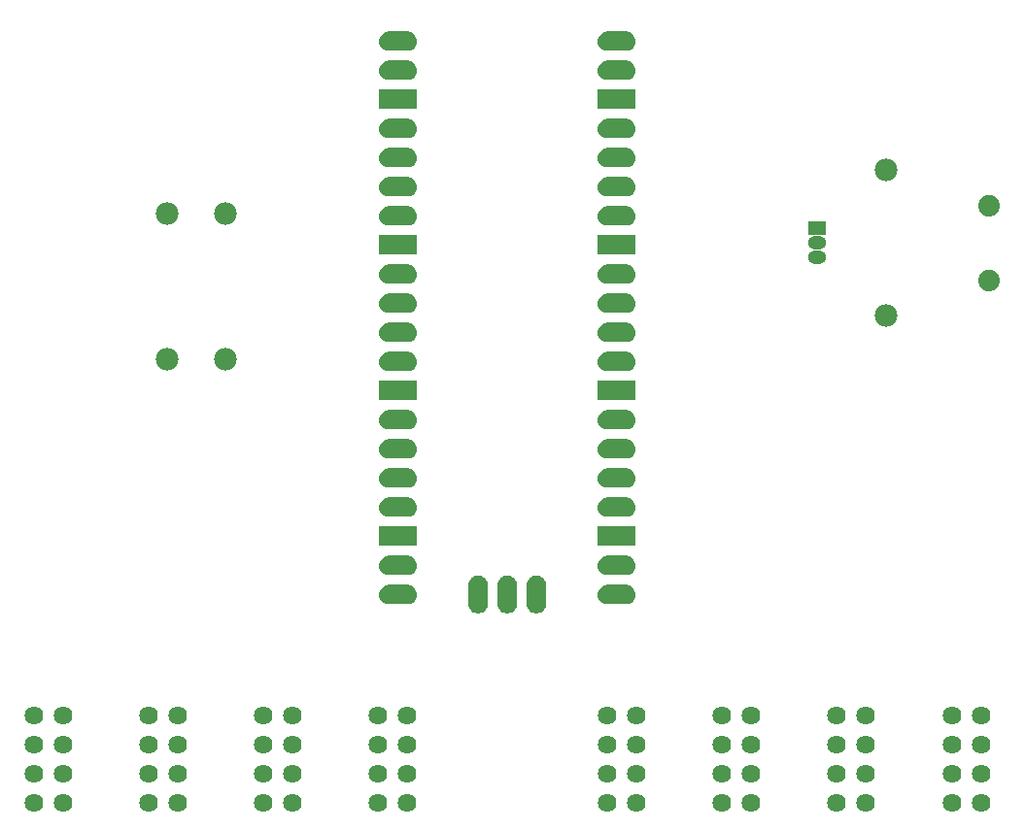
<source format=gts>
G04 Layer: TopSolderMaskLayer*
G04 EasyEDA v6.5.20, 2023-09-04 03:46:31*
G04 a67cddfb3fce44daa9051d46cbbcc19f,10*
G04 Gerber Generator version 0.2*
G04 Scale: 100 percent, Rotated: No, Reflected: No *
G04 Dimensions in millimeters *
G04 leading zeros omitted , absolute positions ,4 integer and 5 decimal *
%FSLAX45Y45*%
%MOMM*%

%AMMACRO1*1,1,$1,$2,$3*1,1,$1,$4,$5*1,1,$1,0-$2,0-$3*1,1,$1,0-$4,0-$5*20,1,$1,$2,$3,$4,$5,0*20,1,$1,$4,$5,0-$2,0-$3,0*20,1,$1,0-$2,0-$3,0-$4,0-$5,0*20,1,$1,0-$4,0-$5,$2,$3,0*4,1,4,$2,$3,$4,$5,0-$2,0-$3,0-$4,0-$5,$2,$3,0*%
%AMMACRO2*4,1,4,-1.651,-0.8509,-1.651,0.8509,1.651,0.8509,1.651,-0.8509,-1.651,-0.8509,0*%
%ADD10C,1.9812*%
%ADD11C,1.8796*%
%ADD12MACRO1,0.1016X0.75X0.535X0.75X-0.535*%
%ADD13O,1.6015970000000002X1.1716004000000002*%
%ADD14C,1.6256*%
%ADD15MACRO2*%
%ADD16C,0.0147*%

%LPD*%
D10*
G01*
X8299983Y7364984D03*
G01*
X8299983Y8634984D03*
D11*
G01*
X9199981Y8325104D03*
G01*
X9199981Y7674863D03*
D12*
G01*
X7699984Y8126996D03*
D13*
G01*
X7699984Y7999984D03*
G01*
X7699984Y7872984D03*
D14*
G01*
X872997Y3880865D03*
G01*
X1126997Y3880865D03*
G01*
X872997Y3626865D03*
G01*
X1126997Y3626865D03*
G01*
X872997Y3372865D03*
G01*
X1126997Y3372865D03*
G01*
X872997Y3118865D03*
G01*
X1126997Y3118865D03*
G01*
X1872995Y3880865D03*
G01*
X2126995Y3880865D03*
G01*
X1872995Y3626865D03*
G01*
X2126995Y3626865D03*
G01*
X1872995Y3372865D03*
G01*
X2126995Y3372865D03*
G01*
X1872995Y3118865D03*
G01*
X2126995Y3118865D03*
G01*
X2872993Y3880865D03*
G01*
X3126993Y3880865D03*
G01*
X2872993Y3626865D03*
G01*
X3126993Y3626865D03*
G01*
X2872993Y3372865D03*
G01*
X3126993Y3372865D03*
G01*
X2872993Y3118865D03*
G01*
X3126993Y3118865D03*
G01*
X3872991Y3880865D03*
G01*
X4126991Y3880865D03*
G01*
X3872991Y3626865D03*
G01*
X4126991Y3626865D03*
G01*
X3872991Y3372865D03*
G01*
X4126991Y3372865D03*
G01*
X3872991Y3118865D03*
G01*
X4126991Y3118865D03*
G01*
X5872988Y3880865D03*
G01*
X6126988Y3880865D03*
G01*
X5872988Y3626865D03*
G01*
X6126988Y3626865D03*
G01*
X5872988Y3372865D03*
G01*
X6126988Y3372865D03*
G01*
X5872988Y3118865D03*
G01*
X6126988Y3118865D03*
G01*
X6872986Y3880865D03*
G01*
X7126986Y3880865D03*
G01*
X6872986Y3626865D03*
G01*
X7126986Y3626865D03*
G01*
X6872986Y3372865D03*
G01*
X7126986Y3372865D03*
G01*
X6872986Y3118865D03*
G01*
X7126986Y3118865D03*
G01*
X7872984Y3880865D03*
G01*
X8126984Y3880865D03*
G01*
X7872984Y3626865D03*
G01*
X8126984Y3626865D03*
G01*
X7872984Y3372865D03*
G01*
X8126984Y3372865D03*
G01*
X7872984Y3118865D03*
G01*
X8126984Y3118865D03*
G01*
X8872981Y3880865D03*
G01*
X9126981Y3880865D03*
G01*
X8872981Y3626865D03*
G01*
X9126981Y3626865D03*
G01*
X8872981Y3372865D03*
G01*
X9126981Y3372865D03*
G01*
X8872981Y3118865D03*
G01*
X9126981Y3118865D03*
D10*
G01*
X2032000Y8255000D03*
G01*
X2032000Y6985000D03*
G01*
X2540000Y8255000D03*
G01*
X2540000Y6985000D03*
G36*
X5872225Y9677908D02*
G01*
X5862320Y9678415D01*
X5852159Y9680447D01*
X5842254Y9683495D01*
X5832856Y9687560D01*
X5824220Y9692894D01*
X5816091Y9699244D01*
X5808725Y9706610D01*
X5802375Y9714737D01*
X5797041Y9723374D01*
X5792977Y9732771D01*
X5789929Y9742678D01*
X5788152Y9752837D01*
X5787390Y9762997D01*
X5788152Y9773158D01*
X5789929Y9783318D01*
X5792977Y9793224D01*
X5797041Y9802621D01*
X5802375Y9811258D01*
X5808725Y9819386D01*
X5816091Y9826752D01*
X5824220Y9833102D01*
X5832856Y9838436D01*
X5842254Y9842500D01*
X5852159Y9845547D01*
X5862320Y9847326D01*
X5872225Y9848087D01*
X6032754Y9848087D01*
X6042659Y9847326D01*
X6052820Y9845547D01*
X6062725Y9842500D01*
X6072124Y9838436D01*
X6080759Y9833102D01*
X6088888Y9826752D01*
X6096254Y9819386D01*
X6102604Y9811258D01*
X6107938Y9802621D01*
X6112002Y9793224D01*
X6115050Y9783318D01*
X6116827Y9773158D01*
X6117590Y9762997D01*
X6116827Y9752837D01*
X6115050Y9742678D01*
X6112002Y9732771D01*
X6107938Y9723374D01*
X6102604Y9714737D01*
X6096254Y9706610D01*
X6088888Y9699244D01*
X6080759Y9692894D01*
X6072124Y9687560D01*
X6062725Y9683495D01*
X6052820Y9680447D01*
X6042659Y9678415D01*
X6032754Y9677908D01*
G37*
G36*
X5872225Y9423908D02*
G01*
X5862320Y9424415D01*
X5852159Y9426447D01*
X5842254Y9429495D01*
X5832856Y9433560D01*
X5824220Y9438894D01*
X5816091Y9445244D01*
X5808725Y9452610D01*
X5802375Y9460737D01*
X5797041Y9469374D01*
X5792977Y9478771D01*
X5789929Y9488678D01*
X5788152Y9498837D01*
X5787390Y9508997D01*
X5788152Y9519158D01*
X5789929Y9529318D01*
X5792977Y9539224D01*
X5797041Y9548621D01*
X5802375Y9557258D01*
X5808725Y9565386D01*
X5816091Y9572752D01*
X5824220Y9579102D01*
X5832856Y9584436D01*
X5842254Y9588500D01*
X5852159Y9591547D01*
X5862320Y9593326D01*
X5872225Y9594087D01*
X6032754Y9594087D01*
X6042659Y9593326D01*
X6052820Y9591547D01*
X6062725Y9588500D01*
X6072124Y9584436D01*
X6080759Y9579102D01*
X6088888Y9572752D01*
X6096254Y9565386D01*
X6102604Y9557258D01*
X6107938Y9548621D01*
X6112002Y9539224D01*
X6115050Y9529318D01*
X6116827Y9519158D01*
X6117590Y9508997D01*
X6116827Y9498837D01*
X6115050Y9488678D01*
X6112002Y9478771D01*
X6107938Y9469374D01*
X6102604Y9460737D01*
X6096254Y9452610D01*
X6088888Y9445244D01*
X6080759Y9438894D01*
X6072124Y9433560D01*
X6062725Y9429495D01*
X6052820Y9426447D01*
X6042659Y9424415D01*
X6032754Y9423908D01*
G37*
D15*
G01*
X5952490Y9254997D03*
G36*
X5872225Y8915908D02*
G01*
X5862320Y8916415D01*
X5852159Y8918447D01*
X5842254Y8921495D01*
X5832856Y8925560D01*
X5824220Y8930894D01*
X5816091Y8937244D01*
X5808725Y8944610D01*
X5802375Y8952737D01*
X5797041Y8961374D01*
X5792977Y8970771D01*
X5789929Y8980678D01*
X5788152Y8990837D01*
X5787390Y9000997D01*
X5788152Y9011158D01*
X5789929Y9021318D01*
X5792977Y9031224D01*
X5797041Y9040621D01*
X5802375Y9049258D01*
X5808725Y9057386D01*
X5816091Y9064752D01*
X5824220Y9071102D01*
X5832856Y9076436D01*
X5842254Y9080500D01*
X5852159Y9083547D01*
X5862320Y9085579D01*
X5872225Y9086087D01*
X6032754Y9086087D01*
X6042659Y9085579D01*
X6052820Y9083547D01*
X6062725Y9080500D01*
X6072124Y9076436D01*
X6080759Y9071102D01*
X6088888Y9064752D01*
X6096254Y9057386D01*
X6102604Y9049258D01*
X6107938Y9040621D01*
X6112002Y9031224D01*
X6115050Y9021318D01*
X6116827Y9011158D01*
X6117590Y9000997D01*
X6116827Y8990837D01*
X6115050Y8980678D01*
X6112002Y8970771D01*
X6107938Y8961374D01*
X6102604Y8952737D01*
X6096254Y8944610D01*
X6088888Y8937244D01*
X6080759Y8930894D01*
X6072124Y8925560D01*
X6062725Y8921495D01*
X6052820Y8918447D01*
X6042659Y8916415D01*
X6032754Y8915908D01*
G37*
G36*
X5872225Y8661908D02*
G01*
X5862320Y8662415D01*
X5852159Y8664447D01*
X5842254Y8667495D01*
X5832856Y8671560D01*
X5824220Y8676894D01*
X5816091Y8683244D01*
X5808725Y8690610D01*
X5802375Y8698737D01*
X5797041Y8707374D01*
X5792977Y8716771D01*
X5789929Y8726678D01*
X5788152Y8736837D01*
X5787390Y8746997D01*
X5788152Y8757158D01*
X5789929Y8767318D01*
X5792977Y8777224D01*
X5797041Y8786621D01*
X5802375Y8795258D01*
X5808725Y8803386D01*
X5816091Y8810752D01*
X5824220Y8817102D01*
X5832856Y8822436D01*
X5842254Y8826500D01*
X5852159Y8829547D01*
X5862320Y8831579D01*
X5872225Y8832087D01*
X6032754Y8832087D01*
X6042659Y8831579D01*
X6052820Y8829547D01*
X6062725Y8826500D01*
X6072124Y8822436D01*
X6080759Y8817102D01*
X6088888Y8810752D01*
X6096254Y8803386D01*
X6102604Y8795258D01*
X6107938Y8786621D01*
X6112002Y8777224D01*
X6115050Y8767318D01*
X6116827Y8757158D01*
X6117590Y8746997D01*
X6116827Y8736837D01*
X6115050Y8726678D01*
X6112002Y8716771D01*
X6107938Y8707374D01*
X6102604Y8698737D01*
X6096254Y8690610D01*
X6088888Y8683244D01*
X6080759Y8676894D01*
X6072124Y8671560D01*
X6062725Y8667495D01*
X6052820Y8664447D01*
X6042659Y8662415D01*
X6032754Y8661908D01*
G37*
G36*
X5872225Y8407908D02*
G01*
X5862320Y8408415D01*
X5852159Y8410447D01*
X5842254Y8413495D01*
X5832856Y8417560D01*
X5824220Y8422894D01*
X5816091Y8429244D01*
X5808725Y8436610D01*
X5802375Y8444737D01*
X5797041Y8453374D01*
X5792977Y8462771D01*
X5789929Y8472678D01*
X5788152Y8482837D01*
X5787390Y8492997D01*
X5788152Y8503158D01*
X5789929Y8513318D01*
X5792977Y8523224D01*
X5797041Y8532621D01*
X5802375Y8541258D01*
X5808725Y8549386D01*
X5816091Y8556752D01*
X5824220Y8563102D01*
X5832856Y8568436D01*
X5842254Y8572500D01*
X5852159Y8575547D01*
X5862320Y8577579D01*
X5872225Y8578087D01*
X6032754Y8578087D01*
X6042659Y8577579D01*
X6052820Y8575547D01*
X6062725Y8572500D01*
X6072124Y8568436D01*
X6080759Y8563102D01*
X6088888Y8556752D01*
X6096254Y8549386D01*
X6102604Y8541258D01*
X6107938Y8532621D01*
X6112002Y8523224D01*
X6115050Y8513318D01*
X6116827Y8503158D01*
X6117590Y8492997D01*
X6116827Y8482837D01*
X6115050Y8472678D01*
X6112002Y8462771D01*
X6107938Y8453374D01*
X6102604Y8444737D01*
X6096254Y8436610D01*
X6088888Y8429244D01*
X6080759Y8422894D01*
X6072124Y8417560D01*
X6062725Y8413495D01*
X6052820Y8410447D01*
X6042659Y8408415D01*
X6032754Y8407908D01*
G37*
G36*
X5872225Y8153908D02*
G01*
X5862320Y8154415D01*
X5852159Y8156447D01*
X5842254Y8159495D01*
X5832856Y8163560D01*
X5824220Y8168894D01*
X5816091Y8175244D01*
X5808725Y8182610D01*
X5802375Y8190737D01*
X5797041Y8199373D01*
X5792977Y8208771D01*
X5789929Y8218678D01*
X5788152Y8228837D01*
X5787390Y8238997D01*
X5788152Y8249158D01*
X5789929Y8259318D01*
X5792977Y8269223D01*
X5797041Y8278621D01*
X5802375Y8287258D01*
X5808725Y8295386D01*
X5816091Y8302752D01*
X5824220Y8309102D01*
X5832856Y8314436D01*
X5842254Y8318500D01*
X5852159Y8321547D01*
X5862320Y8323579D01*
X5872225Y8324087D01*
X6032754Y8324087D01*
X6042659Y8323579D01*
X6052820Y8321547D01*
X6062725Y8318500D01*
X6072124Y8314436D01*
X6080759Y8309102D01*
X6088888Y8302752D01*
X6096254Y8295386D01*
X6102604Y8287258D01*
X6107938Y8278621D01*
X6112002Y8269223D01*
X6115050Y8259318D01*
X6116827Y8249158D01*
X6117590Y8238997D01*
X6116827Y8228837D01*
X6115050Y8218678D01*
X6112002Y8208771D01*
X6107938Y8199373D01*
X6102604Y8190737D01*
X6096254Y8182610D01*
X6088888Y8175244D01*
X6080759Y8168894D01*
X6072124Y8163560D01*
X6062725Y8159495D01*
X6052820Y8156447D01*
X6042659Y8154415D01*
X6032754Y8153908D01*
G37*
G01*
X5952490Y7984997D03*
G36*
X5872225Y7645908D02*
G01*
X5862320Y7646415D01*
X5852159Y7648447D01*
X5842254Y7651495D01*
X5832856Y7655560D01*
X5824220Y7660894D01*
X5816091Y7667244D01*
X5808725Y7674610D01*
X5802375Y7682737D01*
X5797041Y7691373D01*
X5792977Y7700771D01*
X5789929Y7710678D01*
X5788152Y7720837D01*
X5787390Y7730997D01*
X5788152Y7741158D01*
X5789929Y7751318D01*
X5792977Y7761223D01*
X5797041Y7770621D01*
X5802375Y7779258D01*
X5808725Y7787386D01*
X5816091Y7794752D01*
X5824220Y7801102D01*
X5832856Y7806436D01*
X5842254Y7810500D01*
X5852159Y7813547D01*
X5862320Y7815579D01*
X5872225Y7816087D01*
X6032754Y7816087D01*
X6042659Y7815579D01*
X6052820Y7813547D01*
X6062725Y7810500D01*
X6072124Y7806436D01*
X6080759Y7801102D01*
X6088888Y7794752D01*
X6096254Y7787386D01*
X6102604Y7779258D01*
X6107938Y7770621D01*
X6112002Y7761223D01*
X6115050Y7751318D01*
X6116827Y7741158D01*
X6117590Y7730997D01*
X6116827Y7720837D01*
X6115050Y7710678D01*
X6112002Y7700771D01*
X6107938Y7691373D01*
X6102604Y7682737D01*
X6096254Y7674610D01*
X6088888Y7667244D01*
X6080759Y7660894D01*
X6072124Y7655560D01*
X6062725Y7651495D01*
X6052820Y7648447D01*
X6042659Y7646415D01*
X6032754Y7645908D01*
G37*
G36*
X5872225Y7391908D02*
G01*
X5862320Y7392415D01*
X5852159Y7394447D01*
X5842254Y7397495D01*
X5832856Y7401560D01*
X5824220Y7406894D01*
X5816091Y7413244D01*
X5808725Y7420610D01*
X5802375Y7428737D01*
X5797041Y7437373D01*
X5792977Y7446771D01*
X5789929Y7456678D01*
X5788152Y7466837D01*
X5787390Y7476997D01*
X5788152Y7487158D01*
X5789929Y7497318D01*
X5792977Y7507223D01*
X5797041Y7516621D01*
X5802375Y7525258D01*
X5808725Y7533386D01*
X5816091Y7540752D01*
X5824220Y7547102D01*
X5832856Y7552436D01*
X5842254Y7556500D01*
X5852159Y7559547D01*
X5862320Y7561579D01*
X5872225Y7562087D01*
X6032754Y7562087D01*
X6042659Y7561579D01*
X6052820Y7559547D01*
X6062725Y7556500D01*
X6072124Y7552436D01*
X6080759Y7547102D01*
X6088888Y7540752D01*
X6096254Y7533386D01*
X6102604Y7525258D01*
X6107938Y7516621D01*
X6112002Y7507223D01*
X6115050Y7497318D01*
X6116827Y7487158D01*
X6117590Y7476997D01*
X6116827Y7466837D01*
X6115050Y7456678D01*
X6112002Y7446771D01*
X6107938Y7437373D01*
X6102604Y7428737D01*
X6096254Y7420610D01*
X6088888Y7413244D01*
X6080759Y7406894D01*
X6072124Y7401560D01*
X6062725Y7397495D01*
X6052820Y7394447D01*
X6042659Y7392415D01*
X6032754Y7391908D01*
G37*
G36*
X5872225Y7137908D02*
G01*
X5862320Y7138415D01*
X5852159Y7140447D01*
X5842254Y7143495D01*
X5832856Y7147560D01*
X5824220Y7152894D01*
X5816091Y7159244D01*
X5808725Y7166610D01*
X5802375Y7174737D01*
X5797041Y7183373D01*
X5792977Y7192771D01*
X5789929Y7202678D01*
X5788152Y7212837D01*
X5787390Y7222997D01*
X5788152Y7233158D01*
X5789929Y7243318D01*
X5792977Y7253223D01*
X5797041Y7262621D01*
X5802375Y7271258D01*
X5808725Y7279386D01*
X5816091Y7286752D01*
X5824220Y7293102D01*
X5832856Y7298436D01*
X5842254Y7302500D01*
X5852159Y7305547D01*
X5862320Y7307579D01*
X5872225Y7308087D01*
X6032754Y7308087D01*
X6042659Y7307579D01*
X6052820Y7305547D01*
X6062725Y7302500D01*
X6072124Y7298436D01*
X6080759Y7293102D01*
X6088888Y7286752D01*
X6096254Y7279386D01*
X6102604Y7271258D01*
X6107938Y7262621D01*
X6112002Y7253223D01*
X6115050Y7243318D01*
X6116827Y7233158D01*
X6117590Y7222997D01*
X6116827Y7212837D01*
X6115050Y7202678D01*
X6112002Y7192771D01*
X6107938Y7183373D01*
X6102604Y7174737D01*
X6096254Y7166610D01*
X6088888Y7159244D01*
X6080759Y7152894D01*
X6072124Y7147560D01*
X6062725Y7143495D01*
X6052820Y7140447D01*
X6042659Y7138415D01*
X6032754Y7137908D01*
G37*
G36*
X5872225Y6883908D02*
G01*
X5862320Y6884415D01*
X5852159Y6886447D01*
X5842254Y6889495D01*
X5832856Y6893560D01*
X5824220Y6898894D01*
X5816091Y6905244D01*
X5808725Y6912610D01*
X5802375Y6920737D01*
X5797041Y6929373D01*
X5792977Y6938771D01*
X5789929Y6948678D01*
X5788152Y6958837D01*
X5787390Y6968997D01*
X5788152Y6979158D01*
X5789929Y6989318D01*
X5792977Y6999223D01*
X5797041Y7008621D01*
X5802375Y7017258D01*
X5808725Y7025386D01*
X5816091Y7032752D01*
X5824220Y7039102D01*
X5832856Y7044436D01*
X5842254Y7048500D01*
X5852159Y7051547D01*
X5862320Y7053579D01*
X5872225Y7054087D01*
X6032754Y7054087D01*
X6042659Y7053579D01*
X6052820Y7051547D01*
X6062725Y7048500D01*
X6072124Y7044436D01*
X6080759Y7039102D01*
X6088888Y7032752D01*
X6096254Y7025386D01*
X6102604Y7017258D01*
X6107938Y7008621D01*
X6112002Y6999223D01*
X6115050Y6989318D01*
X6116827Y6979158D01*
X6117590Y6968997D01*
X6116827Y6958837D01*
X6115050Y6948678D01*
X6112002Y6938771D01*
X6107938Y6929373D01*
X6102604Y6920737D01*
X6096254Y6912610D01*
X6088888Y6905244D01*
X6080759Y6898894D01*
X6072124Y6893560D01*
X6062725Y6889495D01*
X6052820Y6886447D01*
X6042659Y6884415D01*
X6032754Y6883908D01*
G37*
G01*
X5952490Y6714997D03*
G36*
X5872225Y6375907D02*
G01*
X5862320Y6376415D01*
X5852159Y6378447D01*
X5842254Y6381495D01*
X5832856Y6385560D01*
X5824220Y6390894D01*
X5816091Y6397244D01*
X5808725Y6404610D01*
X5802375Y6412737D01*
X5797041Y6421373D01*
X5792977Y6430771D01*
X5789929Y6440678D01*
X5788152Y6450837D01*
X5787390Y6460997D01*
X5788152Y6471157D01*
X5789929Y6481318D01*
X5792977Y6491223D01*
X5797041Y6500621D01*
X5802375Y6509257D01*
X5808725Y6517386D01*
X5816091Y6524752D01*
X5824220Y6531102D01*
X5832856Y6536436D01*
X5842254Y6540500D01*
X5852159Y6543547D01*
X5862320Y6545579D01*
X5872225Y6546087D01*
X6032754Y6546087D01*
X6042659Y6545579D01*
X6052820Y6543547D01*
X6062725Y6540500D01*
X6072124Y6536436D01*
X6080759Y6531102D01*
X6088888Y6524752D01*
X6096254Y6517386D01*
X6102604Y6509257D01*
X6107938Y6500621D01*
X6112002Y6491223D01*
X6115050Y6481318D01*
X6116827Y6471157D01*
X6117590Y6460997D01*
X6116827Y6450837D01*
X6115050Y6440678D01*
X6112002Y6430771D01*
X6107938Y6421373D01*
X6102604Y6412737D01*
X6096254Y6404610D01*
X6088888Y6397244D01*
X6080759Y6390894D01*
X6072124Y6385560D01*
X6062725Y6381495D01*
X6052820Y6378447D01*
X6042659Y6376415D01*
X6032754Y6375907D01*
G37*
G36*
X5872225Y6121907D02*
G01*
X5862320Y6122415D01*
X5852159Y6124447D01*
X5842254Y6127495D01*
X5832856Y6131560D01*
X5824220Y6136894D01*
X5816091Y6143244D01*
X5808725Y6150610D01*
X5802375Y6158737D01*
X5797041Y6167373D01*
X5792977Y6176771D01*
X5789929Y6186678D01*
X5788152Y6196837D01*
X5787390Y6206997D01*
X5788152Y6217157D01*
X5789929Y6227318D01*
X5792977Y6237223D01*
X5797041Y6246621D01*
X5802375Y6255257D01*
X5808725Y6263386D01*
X5816091Y6270752D01*
X5824220Y6277102D01*
X5832856Y6282436D01*
X5842254Y6286500D01*
X5852159Y6289547D01*
X5862320Y6291579D01*
X5872225Y6292087D01*
X6032754Y6292087D01*
X6042659Y6291579D01*
X6052820Y6289547D01*
X6062725Y6286500D01*
X6072124Y6282436D01*
X6080759Y6277102D01*
X6088888Y6270752D01*
X6096254Y6263386D01*
X6102604Y6255257D01*
X6107938Y6246621D01*
X6112002Y6237223D01*
X6115050Y6227318D01*
X6116827Y6217157D01*
X6117590Y6206997D01*
X6116827Y6196837D01*
X6115050Y6186678D01*
X6112002Y6176771D01*
X6107938Y6167373D01*
X6102604Y6158737D01*
X6096254Y6150610D01*
X6088888Y6143244D01*
X6080759Y6136894D01*
X6072124Y6131560D01*
X6062725Y6127495D01*
X6052820Y6124447D01*
X6042659Y6122415D01*
X6032754Y6121907D01*
G37*
G36*
X5872225Y5867907D02*
G01*
X5862320Y5868415D01*
X5852159Y5870447D01*
X5842254Y5873495D01*
X5832856Y5877560D01*
X5824220Y5882894D01*
X5816091Y5889244D01*
X5808725Y5896610D01*
X5802375Y5904737D01*
X5797041Y5913373D01*
X5792977Y5922771D01*
X5789929Y5932678D01*
X5788152Y5942837D01*
X5787390Y5952997D01*
X5788152Y5963157D01*
X5789929Y5973318D01*
X5792977Y5983223D01*
X5797041Y5992621D01*
X5802375Y6001257D01*
X5808725Y6009386D01*
X5816091Y6016752D01*
X5824220Y6023102D01*
X5832856Y6028436D01*
X5842254Y6032500D01*
X5852159Y6035547D01*
X5862320Y6037579D01*
X5872225Y6038087D01*
X6032754Y6038087D01*
X6042659Y6037579D01*
X6052820Y6035547D01*
X6062725Y6032500D01*
X6072124Y6028436D01*
X6080759Y6023102D01*
X6088888Y6016752D01*
X6096254Y6009386D01*
X6102604Y6001257D01*
X6107938Y5992621D01*
X6112002Y5983223D01*
X6115050Y5973318D01*
X6116827Y5963157D01*
X6117590Y5952997D01*
X6116827Y5942837D01*
X6115050Y5932678D01*
X6112002Y5922771D01*
X6107938Y5913373D01*
X6102604Y5904737D01*
X6096254Y5896610D01*
X6088888Y5889244D01*
X6080759Y5882894D01*
X6072124Y5877560D01*
X6062725Y5873495D01*
X6052820Y5870447D01*
X6042659Y5868415D01*
X6032754Y5867907D01*
G37*
G36*
X5872225Y5613907D02*
G01*
X5862320Y5614415D01*
X5852159Y5616447D01*
X5842254Y5619495D01*
X5832856Y5623560D01*
X5824220Y5628894D01*
X5816091Y5635244D01*
X5808725Y5642610D01*
X5802375Y5650737D01*
X5797041Y5659373D01*
X5792977Y5668771D01*
X5789929Y5678678D01*
X5788152Y5688837D01*
X5787390Y5698997D01*
X5788152Y5709157D01*
X5789929Y5719318D01*
X5792977Y5729223D01*
X5797041Y5738621D01*
X5802375Y5747257D01*
X5808725Y5755386D01*
X5816091Y5762752D01*
X5824220Y5769102D01*
X5832856Y5774436D01*
X5842254Y5778500D01*
X5852159Y5781547D01*
X5862320Y5783579D01*
X5872225Y5784087D01*
X6032754Y5784087D01*
X6042659Y5783579D01*
X6052820Y5781547D01*
X6062725Y5778500D01*
X6072124Y5774436D01*
X6080759Y5769102D01*
X6088888Y5762752D01*
X6096254Y5755386D01*
X6102604Y5747257D01*
X6107938Y5738621D01*
X6112002Y5729223D01*
X6115050Y5719318D01*
X6116827Y5709157D01*
X6117590Y5698997D01*
X6116827Y5688837D01*
X6115050Y5678678D01*
X6112002Y5668771D01*
X6107938Y5659373D01*
X6102604Y5650737D01*
X6096254Y5642610D01*
X6088888Y5635244D01*
X6080759Y5628894D01*
X6072124Y5623560D01*
X6062725Y5619495D01*
X6052820Y5616447D01*
X6042659Y5614415D01*
X6032754Y5613907D01*
G37*
G01*
X5952490Y5444997D03*
G36*
X5872225Y5105907D02*
G01*
X5862320Y5106415D01*
X5852159Y5108447D01*
X5842254Y5111495D01*
X5832856Y5115560D01*
X5824220Y5120894D01*
X5816091Y5127244D01*
X5808725Y5134610D01*
X5802375Y5142737D01*
X5797041Y5151373D01*
X5792977Y5160771D01*
X5789929Y5170678D01*
X5788152Y5180837D01*
X5787390Y5190997D01*
X5788152Y5201157D01*
X5789929Y5211318D01*
X5792977Y5221223D01*
X5797041Y5230621D01*
X5802375Y5239257D01*
X5808725Y5247386D01*
X5816091Y5254752D01*
X5824220Y5261102D01*
X5832856Y5266436D01*
X5842254Y5270500D01*
X5852159Y5273547D01*
X5862320Y5275579D01*
X5872225Y5276087D01*
X6032754Y5276087D01*
X6042659Y5275579D01*
X6052820Y5273547D01*
X6062725Y5270500D01*
X6072124Y5266436D01*
X6080759Y5261102D01*
X6088888Y5254752D01*
X6096254Y5247386D01*
X6102604Y5239257D01*
X6107938Y5230621D01*
X6112002Y5221223D01*
X6115050Y5211318D01*
X6116827Y5201157D01*
X6117590Y5190997D01*
X6116827Y5180837D01*
X6115050Y5170678D01*
X6112002Y5160771D01*
X6107938Y5151373D01*
X6102604Y5142737D01*
X6096254Y5134610D01*
X6088888Y5127244D01*
X6080759Y5120894D01*
X6072124Y5115560D01*
X6062725Y5111495D01*
X6052820Y5108447D01*
X6042659Y5106415D01*
X6032754Y5105907D01*
G37*
G36*
X5872225Y4851907D02*
G01*
X5862320Y4852415D01*
X5852159Y4854447D01*
X5842254Y4857495D01*
X5832856Y4861560D01*
X5824220Y4866894D01*
X5816091Y4873244D01*
X5808725Y4880610D01*
X5802375Y4888737D01*
X5797041Y4897373D01*
X5792977Y4906771D01*
X5789929Y4916678D01*
X5788152Y4926837D01*
X5787390Y4936997D01*
X5788152Y4947157D01*
X5789929Y4957318D01*
X5792977Y4967223D01*
X5797041Y4976621D01*
X5802375Y4985257D01*
X5808725Y4993386D01*
X5816091Y5000752D01*
X5824220Y5007102D01*
X5832856Y5012436D01*
X5842254Y5016500D01*
X5852159Y5019547D01*
X5862320Y5021579D01*
X5872225Y5022087D01*
X6032754Y5022087D01*
X6042659Y5021579D01*
X6052820Y5019547D01*
X6062725Y5016500D01*
X6072124Y5012436D01*
X6080759Y5007102D01*
X6088888Y5000752D01*
X6096254Y4993386D01*
X6102604Y4985257D01*
X6107938Y4976621D01*
X6112002Y4967223D01*
X6115050Y4957318D01*
X6116827Y4947157D01*
X6117590Y4936997D01*
X6116827Y4926837D01*
X6115050Y4916678D01*
X6112002Y4906771D01*
X6107938Y4897373D01*
X6102604Y4888737D01*
X6096254Y4880610D01*
X6088888Y4873244D01*
X6080759Y4866894D01*
X6072124Y4861560D01*
X6062725Y4857495D01*
X6052820Y4854447D01*
X6042659Y4852415D01*
X6032754Y4851907D01*
G37*
G36*
X3967225Y4851907D02*
G01*
X3957320Y4852415D01*
X3947159Y4854447D01*
X3937254Y4857495D01*
X3927856Y4861560D01*
X3919220Y4866894D01*
X3911091Y4873244D01*
X3903725Y4880610D01*
X3897375Y4888737D01*
X3892041Y4897373D01*
X3887977Y4906771D01*
X3884929Y4916678D01*
X3883152Y4926837D01*
X3882390Y4936997D01*
X3883152Y4947157D01*
X3884929Y4957318D01*
X3887977Y4967223D01*
X3892041Y4976621D01*
X3897375Y4985257D01*
X3903725Y4993386D01*
X3911091Y5000752D01*
X3919220Y5007102D01*
X3927856Y5012436D01*
X3937254Y5016500D01*
X3947159Y5019547D01*
X3957320Y5021579D01*
X3967225Y5022087D01*
X4127754Y5022087D01*
X4137659Y5021579D01*
X4147820Y5019547D01*
X4157725Y5016500D01*
X4167124Y5012436D01*
X4175759Y5007102D01*
X4183888Y5000752D01*
X4191254Y4993386D01*
X4197604Y4985257D01*
X4202938Y4976621D01*
X4207002Y4967223D01*
X4210050Y4957318D01*
X4211827Y4947157D01*
X4212590Y4936997D01*
X4211827Y4926837D01*
X4210050Y4916678D01*
X4207002Y4906771D01*
X4202938Y4897373D01*
X4197604Y4888737D01*
X4191254Y4880610D01*
X4183888Y4873244D01*
X4175759Y4866894D01*
X4167124Y4861560D01*
X4157725Y4857495D01*
X4147820Y4854447D01*
X4137659Y4852415D01*
X4127754Y4851907D01*
G37*
G36*
X3967225Y5105907D02*
G01*
X3957320Y5106415D01*
X3947159Y5108447D01*
X3937254Y5111495D01*
X3927856Y5115560D01*
X3919220Y5120894D01*
X3911091Y5127244D01*
X3903725Y5134610D01*
X3897375Y5142737D01*
X3892041Y5151373D01*
X3887977Y5160771D01*
X3884929Y5170678D01*
X3883152Y5180837D01*
X3882390Y5190997D01*
X3883152Y5201157D01*
X3884929Y5211318D01*
X3887977Y5221223D01*
X3892041Y5230621D01*
X3897375Y5239257D01*
X3903725Y5247386D01*
X3911091Y5254752D01*
X3919220Y5261102D01*
X3927856Y5266436D01*
X3937254Y5270500D01*
X3947159Y5273547D01*
X3957320Y5275579D01*
X3967225Y5276087D01*
X4127754Y5276087D01*
X4137659Y5275579D01*
X4147820Y5273547D01*
X4157725Y5270500D01*
X4167124Y5266436D01*
X4175759Y5261102D01*
X4183888Y5254752D01*
X4191254Y5247386D01*
X4197604Y5239257D01*
X4202938Y5230621D01*
X4207002Y5221223D01*
X4210050Y5211318D01*
X4211827Y5201157D01*
X4212590Y5190997D01*
X4211827Y5180837D01*
X4210050Y5170678D01*
X4207002Y5160771D01*
X4202938Y5151373D01*
X4197604Y5142737D01*
X4191254Y5134610D01*
X4183888Y5127244D01*
X4175759Y5120894D01*
X4167124Y5115560D01*
X4157725Y5111495D01*
X4147820Y5108447D01*
X4137659Y5106415D01*
X4127754Y5105907D01*
G37*
G01*
X4047490Y5444997D03*
G36*
X3967225Y5613907D02*
G01*
X3957320Y5614415D01*
X3947159Y5616447D01*
X3937254Y5619495D01*
X3927856Y5623560D01*
X3919220Y5628894D01*
X3911091Y5635244D01*
X3903725Y5642610D01*
X3897375Y5650737D01*
X3892041Y5659373D01*
X3887977Y5668771D01*
X3884929Y5678678D01*
X3883152Y5688837D01*
X3882390Y5698997D01*
X3883152Y5709157D01*
X3884929Y5719318D01*
X3887977Y5729223D01*
X3892041Y5738621D01*
X3897375Y5747257D01*
X3903725Y5755386D01*
X3911091Y5762752D01*
X3919220Y5769102D01*
X3927856Y5774436D01*
X3937254Y5778500D01*
X3947159Y5781547D01*
X3957320Y5783579D01*
X3967225Y5784087D01*
X4127754Y5784087D01*
X4137659Y5783579D01*
X4147820Y5781547D01*
X4157725Y5778500D01*
X4167124Y5774436D01*
X4175759Y5769102D01*
X4183888Y5762752D01*
X4191254Y5755386D01*
X4197604Y5747257D01*
X4202938Y5738621D01*
X4207002Y5729223D01*
X4210050Y5719318D01*
X4211827Y5709157D01*
X4212590Y5698997D01*
X4211827Y5688837D01*
X4210050Y5678678D01*
X4207002Y5668771D01*
X4202938Y5659373D01*
X4197604Y5650737D01*
X4191254Y5642610D01*
X4183888Y5635244D01*
X4175759Y5628894D01*
X4167124Y5623560D01*
X4157725Y5619495D01*
X4147820Y5616447D01*
X4137659Y5614415D01*
X4127754Y5613907D01*
G37*
G36*
X3967225Y5867907D02*
G01*
X3957320Y5868415D01*
X3947159Y5870447D01*
X3937254Y5873495D01*
X3927856Y5877560D01*
X3919220Y5882894D01*
X3911091Y5889244D01*
X3903725Y5896610D01*
X3897375Y5904737D01*
X3892041Y5913373D01*
X3887977Y5922771D01*
X3884929Y5932678D01*
X3883152Y5942837D01*
X3882390Y5952997D01*
X3883152Y5963157D01*
X3884929Y5973318D01*
X3887977Y5983223D01*
X3892041Y5992621D01*
X3897375Y6001257D01*
X3903725Y6009386D01*
X3911091Y6016752D01*
X3919220Y6023102D01*
X3927856Y6028436D01*
X3937254Y6032500D01*
X3947159Y6035547D01*
X3957320Y6037579D01*
X3967225Y6038087D01*
X4127754Y6038087D01*
X4137659Y6037579D01*
X4147820Y6035547D01*
X4157725Y6032500D01*
X4167124Y6028436D01*
X4175759Y6023102D01*
X4183888Y6016752D01*
X4191254Y6009386D01*
X4197604Y6001257D01*
X4202938Y5992621D01*
X4207002Y5983223D01*
X4210050Y5973318D01*
X4211827Y5963157D01*
X4212590Y5952997D01*
X4211827Y5942837D01*
X4210050Y5932678D01*
X4207002Y5922771D01*
X4202938Y5913373D01*
X4197604Y5904737D01*
X4191254Y5896610D01*
X4183888Y5889244D01*
X4175759Y5882894D01*
X4167124Y5877560D01*
X4157725Y5873495D01*
X4147820Y5870447D01*
X4137659Y5868415D01*
X4127754Y5867907D01*
G37*
G36*
X3967225Y6121907D02*
G01*
X3957320Y6122415D01*
X3947159Y6124447D01*
X3937254Y6127495D01*
X3927856Y6131560D01*
X3919220Y6136894D01*
X3911091Y6143244D01*
X3903725Y6150610D01*
X3897375Y6158737D01*
X3892041Y6167373D01*
X3887977Y6176771D01*
X3884929Y6186678D01*
X3883152Y6196837D01*
X3882390Y6206997D01*
X3883152Y6217157D01*
X3884929Y6227318D01*
X3887977Y6237223D01*
X3892041Y6246621D01*
X3897375Y6255257D01*
X3903725Y6263386D01*
X3911091Y6270752D01*
X3919220Y6277102D01*
X3927856Y6282436D01*
X3937254Y6286500D01*
X3947159Y6289547D01*
X3957320Y6291579D01*
X3967225Y6292087D01*
X4127754Y6292087D01*
X4137659Y6291579D01*
X4147820Y6289547D01*
X4157725Y6286500D01*
X4167124Y6282436D01*
X4175759Y6277102D01*
X4183888Y6270752D01*
X4191254Y6263386D01*
X4197604Y6255257D01*
X4202938Y6246621D01*
X4207002Y6237223D01*
X4210050Y6227318D01*
X4211827Y6217157D01*
X4212590Y6206997D01*
X4211827Y6196837D01*
X4210050Y6186678D01*
X4207002Y6176771D01*
X4202938Y6167373D01*
X4197604Y6158737D01*
X4191254Y6150610D01*
X4183888Y6143244D01*
X4175759Y6136894D01*
X4167124Y6131560D01*
X4157725Y6127495D01*
X4147820Y6124447D01*
X4137659Y6122415D01*
X4127754Y6121907D01*
G37*
G36*
X3967225Y6375907D02*
G01*
X3957320Y6376415D01*
X3947159Y6378447D01*
X3937254Y6381495D01*
X3927856Y6385560D01*
X3919220Y6390894D01*
X3911091Y6397244D01*
X3903725Y6404610D01*
X3897375Y6412737D01*
X3892041Y6421373D01*
X3887977Y6430771D01*
X3884929Y6440678D01*
X3883152Y6450837D01*
X3882390Y6460997D01*
X3883152Y6471157D01*
X3884929Y6481318D01*
X3887977Y6491223D01*
X3892041Y6500621D01*
X3897375Y6509257D01*
X3903725Y6517386D01*
X3911091Y6524752D01*
X3919220Y6531102D01*
X3927856Y6536436D01*
X3937254Y6540500D01*
X3947159Y6543547D01*
X3957320Y6545579D01*
X3967225Y6546087D01*
X4127754Y6546087D01*
X4137659Y6545579D01*
X4147820Y6543547D01*
X4157725Y6540500D01*
X4167124Y6536436D01*
X4175759Y6531102D01*
X4183888Y6524752D01*
X4191254Y6517386D01*
X4197604Y6509257D01*
X4202938Y6500621D01*
X4207002Y6491223D01*
X4210050Y6481318D01*
X4211827Y6471157D01*
X4212590Y6460997D01*
X4211827Y6450837D01*
X4210050Y6440678D01*
X4207002Y6430771D01*
X4202938Y6421373D01*
X4197604Y6412737D01*
X4191254Y6404610D01*
X4183888Y6397244D01*
X4175759Y6390894D01*
X4167124Y6385560D01*
X4157725Y6381495D01*
X4147820Y6378447D01*
X4137659Y6376415D01*
X4127754Y6375907D01*
G37*
G01*
X4047490Y6714997D03*
G36*
X3967225Y6883908D02*
G01*
X3957320Y6884415D01*
X3947159Y6886447D01*
X3937254Y6889495D01*
X3927856Y6893560D01*
X3919220Y6898894D01*
X3911091Y6905244D01*
X3903725Y6912610D01*
X3897375Y6920737D01*
X3892041Y6929373D01*
X3887977Y6938771D01*
X3884929Y6948678D01*
X3883152Y6958837D01*
X3882390Y6968997D01*
X3883152Y6979158D01*
X3884929Y6989318D01*
X3887977Y6999223D01*
X3892041Y7008621D01*
X3897375Y7017258D01*
X3903725Y7025386D01*
X3911091Y7032752D01*
X3919220Y7039102D01*
X3927856Y7044436D01*
X3937254Y7048500D01*
X3947159Y7051547D01*
X3957320Y7053579D01*
X3967225Y7054087D01*
X4127754Y7054087D01*
X4137659Y7053579D01*
X4147820Y7051547D01*
X4157725Y7048500D01*
X4167124Y7044436D01*
X4175759Y7039102D01*
X4183888Y7032752D01*
X4191254Y7025386D01*
X4197604Y7017258D01*
X4202938Y7008621D01*
X4207002Y6999223D01*
X4210050Y6989318D01*
X4211827Y6979158D01*
X4212590Y6968997D01*
X4211827Y6958837D01*
X4210050Y6948678D01*
X4207002Y6938771D01*
X4202938Y6929373D01*
X4197604Y6920737D01*
X4191254Y6912610D01*
X4183888Y6905244D01*
X4175759Y6898894D01*
X4167124Y6893560D01*
X4157725Y6889495D01*
X4147820Y6886447D01*
X4137659Y6884415D01*
X4127754Y6883908D01*
G37*
G36*
X3967225Y7137908D02*
G01*
X3957320Y7138415D01*
X3947159Y7140447D01*
X3937254Y7143495D01*
X3927856Y7147560D01*
X3919220Y7152894D01*
X3911091Y7159244D01*
X3903725Y7166610D01*
X3897375Y7174737D01*
X3892041Y7183373D01*
X3887977Y7192771D01*
X3884929Y7202678D01*
X3883152Y7212837D01*
X3882390Y7222997D01*
X3883152Y7233158D01*
X3884929Y7243318D01*
X3887977Y7253223D01*
X3892041Y7262621D01*
X3897375Y7271258D01*
X3903725Y7279386D01*
X3911091Y7286752D01*
X3919220Y7293102D01*
X3927856Y7298436D01*
X3937254Y7302500D01*
X3947159Y7305547D01*
X3957320Y7307579D01*
X3967225Y7308087D01*
X4127754Y7308087D01*
X4137659Y7307579D01*
X4147820Y7305547D01*
X4157725Y7302500D01*
X4167124Y7298436D01*
X4175759Y7293102D01*
X4183888Y7286752D01*
X4191254Y7279386D01*
X4197604Y7271258D01*
X4202938Y7262621D01*
X4207002Y7253223D01*
X4210050Y7243318D01*
X4211827Y7233158D01*
X4212590Y7222997D01*
X4211827Y7212837D01*
X4210050Y7202678D01*
X4207002Y7192771D01*
X4202938Y7183373D01*
X4197604Y7174737D01*
X4191254Y7166610D01*
X4183888Y7159244D01*
X4175759Y7152894D01*
X4167124Y7147560D01*
X4157725Y7143495D01*
X4147820Y7140447D01*
X4137659Y7138415D01*
X4127754Y7137908D01*
G37*
G36*
X3967225Y7391908D02*
G01*
X3957320Y7392415D01*
X3947159Y7394447D01*
X3937254Y7397495D01*
X3927856Y7401560D01*
X3919220Y7406894D01*
X3911091Y7413244D01*
X3903725Y7420610D01*
X3897375Y7428737D01*
X3892041Y7437373D01*
X3887977Y7446771D01*
X3884929Y7456678D01*
X3883152Y7466837D01*
X3882390Y7476997D01*
X3883152Y7487158D01*
X3884929Y7497318D01*
X3887977Y7507223D01*
X3892041Y7516621D01*
X3897375Y7525258D01*
X3903725Y7533386D01*
X3911091Y7540752D01*
X3919220Y7547102D01*
X3927856Y7552436D01*
X3937254Y7556500D01*
X3947159Y7559547D01*
X3957320Y7561579D01*
X3967225Y7562087D01*
X4127754Y7562087D01*
X4137659Y7561579D01*
X4147820Y7559547D01*
X4157725Y7556500D01*
X4167124Y7552436D01*
X4175759Y7547102D01*
X4183888Y7540752D01*
X4191254Y7533386D01*
X4197604Y7525258D01*
X4202938Y7516621D01*
X4207002Y7507223D01*
X4210050Y7497318D01*
X4211827Y7487158D01*
X4212590Y7476997D01*
X4211827Y7466837D01*
X4210050Y7456678D01*
X4207002Y7446771D01*
X4202938Y7437373D01*
X4197604Y7428737D01*
X4191254Y7420610D01*
X4183888Y7413244D01*
X4175759Y7406894D01*
X4167124Y7401560D01*
X4157725Y7397495D01*
X4147820Y7394447D01*
X4137659Y7392415D01*
X4127754Y7391908D01*
G37*
G36*
X3967225Y7645908D02*
G01*
X3957320Y7646415D01*
X3947159Y7648447D01*
X3937254Y7651495D01*
X3927856Y7655560D01*
X3919220Y7660894D01*
X3911091Y7667244D01*
X3903725Y7674610D01*
X3897375Y7682737D01*
X3892041Y7691373D01*
X3887977Y7700771D01*
X3884929Y7710678D01*
X3883152Y7720837D01*
X3882390Y7730997D01*
X3883152Y7741158D01*
X3884929Y7751318D01*
X3887977Y7761223D01*
X3892041Y7770621D01*
X3897375Y7779258D01*
X3903725Y7787386D01*
X3911091Y7794752D01*
X3919220Y7801102D01*
X3927856Y7806436D01*
X3937254Y7810500D01*
X3947159Y7813547D01*
X3957320Y7815579D01*
X3967225Y7816087D01*
X4127754Y7816087D01*
X4137659Y7815579D01*
X4147820Y7813547D01*
X4157725Y7810500D01*
X4167124Y7806436D01*
X4175759Y7801102D01*
X4183888Y7794752D01*
X4191254Y7787386D01*
X4197604Y7779258D01*
X4202938Y7770621D01*
X4207002Y7761223D01*
X4210050Y7751318D01*
X4211827Y7741158D01*
X4212590Y7730997D01*
X4211827Y7720837D01*
X4210050Y7710678D01*
X4207002Y7700771D01*
X4202938Y7691373D01*
X4197604Y7682737D01*
X4191254Y7674610D01*
X4183888Y7667244D01*
X4175759Y7660894D01*
X4167124Y7655560D01*
X4157725Y7651495D01*
X4147820Y7648447D01*
X4137659Y7646415D01*
X4127754Y7645908D01*
G37*
G01*
X4047490Y7984997D03*
G36*
X3967225Y8153908D02*
G01*
X3957320Y8154415D01*
X3947159Y8156447D01*
X3937254Y8159495D01*
X3927856Y8163560D01*
X3919220Y8168894D01*
X3911091Y8175244D01*
X3903725Y8182610D01*
X3897375Y8190737D01*
X3892041Y8199373D01*
X3887977Y8208771D01*
X3884929Y8218678D01*
X3883152Y8228837D01*
X3882390Y8238997D01*
X3883152Y8249158D01*
X3884929Y8259318D01*
X3887977Y8269223D01*
X3892041Y8278621D01*
X3897375Y8287258D01*
X3903725Y8295386D01*
X3911091Y8302752D01*
X3919220Y8309102D01*
X3927856Y8314436D01*
X3937254Y8318500D01*
X3947159Y8321547D01*
X3957320Y8323579D01*
X3967225Y8324087D01*
X4127754Y8324087D01*
X4137659Y8323579D01*
X4147820Y8321547D01*
X4157725Y8318500D01*
X4167124Y8314436D01*
X4175759Y8309102D01*
X4183888Y8302752D01*
X4191254Y8295386D01*
X4197604Y8287258D01*
X4202938Y8278621D01*
X4207002Y8269223D01*
X4210050Y8259318D01*
X4211827Y8249158D01*
X4212590Y8238997D01*
X4211827Y8228837D01*
X4210050Y8218678D01*
X4207002Y8208771D01*
X4202938Y8199373D01*
X4197604Y8190737D01*
X4191254Y8182610D01*
X4183888Y8175244D01*
X4175759Y8168894D01*
X4167124Y8163560D01*
X4157725Y8159495D01*
X4147820Y8156447D01*
X4137659Y8154415D01*
X4127754Y8153908D01*
G37*
G36*
X3967225Y8407908D02*
G01*
X3957320Y8408415D01*
X3947159Y8410447D01*
X3937254Y8413495D01*
X3927856Y8417560D01*
X3919220Y8422894D01*
X3911091Y8429244D01*
X3903725Y8436610D01*
X3897375Y8444737D01*
X3892041Y8453374D01*
X3887977Y8462771D01*
X3884929Y8472678D01*
X3883152Y8482837D01*
X3882390Y8492997D01*
X3883152Y8503158D01*
X3884929Y8513318D01*
X3887977Y8523224D01*
X3892041Y8532621D01*
X3897375Y8541258D01*
X3903725Y8549386D01*
X3911091Y8556752D01*
X3919220Y8563102D01*
X3927856Y8568436D01*
X3937254Y8572500D01*
X3947159Y8575547D01*
X3957320Y8577579D01*
X3967225Y8578087D01*
X4127754Y8578087D01*
X4137659Y8577579D01*
X4147820Y8575547D01*
X4157725Y8572500D01*
X4167124Y8568436D01*
X4175759Y8563102D01*
X4183888Y8556752D01*
X4191254Y8549386D01*
X4197604Y8541258D01*
X4202938Y8532621D01*
X4207002Y8523224D01*
X4210050Y8513318D01*
X4211827Y8503158D01*
X4212590Y8492997D01*
X4211827Y8482837D01*
X4210050Y8472678D01*
X4207002Y8462771D01*
X4202938Y8453374D01*
X4197604Y8444737D01*
X4191254Y8436610D01*
X4183888Y8429244D01*
X4175759Y8422894D01*
X4167124Y8417560D01*
X4157725Y8413495D01*
X4147820Y8410447D01*
X4137659Y8408415D01*
X4127754Y8407908D01*
G37*
G36*
X3967225Y8661908D02*
G01*
X3957320Y8662415D01*
X3947159Y8664447D01*
X3937254Y8667495D01*
X3927856Y8671560D01*
X3919220Y8676894D01*
X3911091Y8683244D01*
X3903725Y8690610D01*
X3897375Y8698737D01*
X3892041Y8707374D01*
X3887977Y8716771D01*
X3884929Y8726678D01*
X3883152Y8736837D01*
X3882390Y8746997D01*
X3883152Y8757158D01*
X3884929Y8767318D01*
X3887977Y8777224D01*
X3892041Y8786621D01*
X3897375Y8795258D01*
X3903725Y8803386D01*
X3911091Y8810752D01*
X3919220Y8817102D01*
X3927856Y8822436D01*
X3937254Y8826500D01*
X3947159Y8829547D01*
X3957320Y8831579D01*
X3967225Y8832087D01*
X4127754Y8832087D01*
X4137659Y8831579D01*
X4147820Y8829547D01*
X4157725Y8826500D01*
X4167124Y8822436D01*
X4175759Y8817102D01*
X4183888Y8810752D01*
X4191254Y8803386D01*
X4197604Y8795258D01*
X4202938Y8786621D01*
X4207002Y8777224D01*
X4210050Y8767318D01*
X4211827Y8757158D01*
X4212590Y8746997D01*
X4211827Y8736837D01*
X4210050Y8726678D01*
X4207002Y8716771D01*
X4202938Y8707374D01*
X4197604Y8698737D01*
X4191254Y8690610D01*
X4183888Y8683244D01*
X4175759Y8676894D01*
X4167124Y8671560D01*
X4157725Y8667495D01*
X4147820Y8664447D01*
X4137659Y8662415D01*
X4127754Y8661908D01*
G37*
G36*
X3967225Y8915908D02*
G01*
X3957320Y8916415D01*
X3947159Y8918447D01*
X3937254Y8921495D01*
X3927856Y8925560D01*
X3919220Y8930894D01*
X3911091Y8937244D01*
X3903725Y8944610D01*
X3897375Y8952737D01*
X3892041Y8961374D01*
X3887977Y8970771D01*
X3884929Y8980678D01*
X3883152Y8990837D01*
X3882390Y9000997D01*
X3883152Y9011158D01*
X3884929Y9021318D01*
X3887977Y9031224D01*
X3892041Y9040621D01*
X3897375Y9049258D01*
X3903725Y9057386D01*
X3911091Y9064752D01*
X3919220Y9071102D01*
X3927856Y9076436D01*
X3937254Y9080500D01*
X3947159Y9083547D01*
X3957320Y9085579D01*
X3967225Y9086087D01*
X4127754Y9086087D01*
X4137659Y9085579D01*
X4147820Y9083547D01*
X4157725Y9080500D01*
X4167124Y9076436D01*
X4175759Y9071102D01*
X4183888Y9064752D01*
X4191254Y9057386D01*
X4197604Y9049258D01*
X4202938Y9040621D01*
X4207002Y9031224D01*
X4210050Y9021318D01*
X4211827Y9011158D01*
X4212590Y9000997D01*
X4211827Y8990837D01*
X4210050Y8980678D01*
X4207002Y8970771D01*
X4202938Y8961374D01*
X4197604Y8952737D01*
X4191254Y8944610D01*
X4183888Y8937244D01*
X4175759Y8930894D01*
X4167124Y8925560D01*
X4157725Y8921495D01*
X4147820Y8918447D01*
X4137659Y8916415D01*
X4127754Y8915908D01*
G37*
G01*
X4047490Y9254997D03*
G36*
X3967225Y9423908D02*
G01*
X3957320Y9424415D01*
X3947159Y9426447D01*
X3937254Y9429495D01*
X3927856Y9433560D01*
X3919220Y9438894D01*
X3911091Y9445244D01*
X3903725Y9452610D01*
X3897375Y9460737D01*
X3892041Y9469374D01*
X3887977Y9478771D01*
X3884929Y9488678D01*
X3883152Y9498837D01*
X3882390Y9508997D01*
X3883152Y9519158D01*
X3884929Y9529318D01*
X3887977Y9539224D01*
X3892041Y9548621D01*
X3897375Y9557258D01*
X3903725Y9565386D01*
X3911091Y9572752D01*
X3919220Y9579102D01*
X3927856Y9584436D01*
X3937254Y9588500D01*
X3947159Y9591547D01*
X3957320Y9593326D01*
X3967225Y9594087D01*
X4127754Y9594087D01*
X4137659Y9593326D01*
X4147820Y9591547D01*
X4157725Y9588500D01*
X4167124Y9584436D01*
X4175759Y9579102D01*
X4183888Y9572752D01*
X4191254Y9565386D01*
X4197604Y9557258D01*
X4202938Y9548621D01*
X4207002Y9539224D01*
X4210050Y9529318D01*
X4211827Y9519158D01*
X4212590Y9508997D01*
X4211827Y9498837D01*
X4210050Y9488678D01*
X4207002Y9478771D01*
X4202938Y9469374D01*
X4197604Y9460737D01*
X4191254Y9452610D01*
X4183888Y9445244D01*
X4175759Y9438894D01*
X4167124Y9433560D01*
X4157725Y9429495D01*
X4147820Y9426447D01*
X4137659Y9424415D01*
X4127754Y9423908D01*
G37*
G36*
X3967225Y9677908D02*
G01*
X3957320Y9678415D01*
X3947159Y9680447D01*
X3937254Y9683495D01*
X3927856Y9687560D01*
X3919220Y9692894D01*
X3911091Y9699244D01*
X3903725Y9706610D01*
X3897375Y9714737D01*
X3892041Y9723374D01*
X3887977Y9732771D01*
X3884929Y9742678D01*
X3883152Y9752837D01*
X3882390Y9762997D01*
X3883152Y9773158D01*
X3884929Y9783318D01*
X3887977Y9793224D01*
X3892041Y9802621D01*
X3897375Y9811258D01*
X3903725Y9819386D01*
X3911091Y9826752D01*
X3919220Y9833102D01*
X3927856Y9838436D01*
X3937254Y9842500D01*
X3947159Y9845547D01*
X3957320Y9847326D01*
X3967225Y9848087D01*
X4127754Y9848087D01*
X4137659Y9847326D01*
X4147820Y9845547D01*
X4157725Y9842500D01*
X4167124Y9838436D01*
X4175759Y9833102D01*
X4183888Y9826752D01*
X4191254Y9819386D01*
X4197604Y9811258D01*
X4202938Y9802621D01*
X4207002Y9793224D01*
X4210050Y9783318D01*
X4211827Y9773158D01*
X4212590Y9762997D01*
X4211827Y9752837D01*
X4210050Y9742678D01*
X4207002Y9732771D01*
X4202938Y9723374D01*
X4197604Y9714737D01*
X4191254Y9706610D01*
X4183888Y9699244D01*
X4175759Y9692894D01*
X4167124Y9687560D01*
X4157725Y9683495D01*
X4147820Y9680447D01*
X4137659Y9678415D01*
X4127754Y9677908D01*
G37*
G36*
X4999990Y4771897D02*
G01*
X4989829Y4772405D01*
X4979670Y4774437D01*
X4969763Y4777486D01*
X4960365Y4781550D01*
X4951729Y4786884D01*
X4943602Y4793234D01*
X4936236Y4800600D01*
X4929886Y4808728D01*
X4924552Y4817363D01*
X4920488Y4826762D01*
X4917440Y4836668D01*
X4915408Y4846828D01*
X4914900Y4856734D01*
X4914900Y5017262D01*
X4915408Y5027168D01*
X4917440Y5037328D01*
X4920488Y5047234D01*
X4924552Y5056631D01*
X4929886Y5065268D01*
X4936236Y5073395D01*
X4943602Y5080762D01*
X4951729Y5087112D01*
X4960365Y5092445D01*
X4969763Y5096510D01*
X4979670Y5099557D01*
X4989829Y5101336D01*
X4999990Y5102097D01*
X5010150Y5101336D01*
X5020309Y5099557D01*
X5030215Y5096510D01*
X5039613Y5092445D01*
X5048250Y5087112D01*
X5056377Y5080762D01*
X5063743Y5073395D01*
X5070093Y5065268D01*
X5075427Y5056631D01*
X5079491Y5047234D01*
X5082540Y5037328D01*
X5084572Y5027168D01*
X5085079Y5017262D01*
X5085079Y4856734D01*
X5084572Y4846828D01*
X5082540Y4836668D01*
X5079491Y4826762D01*
X5075427Y4817363D01*
X5070093Y4808728D01*
X5063743Y4800600D01*
X5056377Y4793234D01*
X5048250Y4786884D01*
X5039613Y4781550D01*
X5030215Y4777486D01*
X5020309Y4774437D01*
X5010150Y4772405D01*
G37*
G36*
X4745990Y4771897D02*
G01*
X4735829Y4772405D01*
X4725670Y4774437D01*
X4715763Y4777486D01*
X4706365Y4781550D01*
X4697729Y4786884D01*
X4689602Y4793234D01*
X4682236Y4800600D01*
X4675886Y4808728D01*
X4670552Y4817363D01*
X4666488Y4826762D01*
X4663440Y4836668D01*
X4661408Y4846828D01*
X4660900Y4856734D01*
X4660900Y5017262D01*
X4661408Y5027168D01*
X4663440Y5037328D01*
X4666488Y5047234D01*
X4670552Y5056631D01*
X4675886Y5065268D01*
X4682236Y5073395D01*
X4689602Y5080762D01*
X4697729Y5087112D01*
X4706365Y5092445D01*
X4715763Y5096510D01*
X4725670Y5099557D01*
X4735829Y5101336D01*
X4745990Y5102097D01*
X4756150Y5101336D01*
X4766309Y5099557D01*
X4776215Y5096510D01*
X4785613Y5092445D01*
X4794250Y5087112D01*
X4802377Y5080762D01*
X4809743Y5073395D01*
X4816093Y5065268D01*
X4821427Y5056631D01*
X4825491Y5047234D01*
X4828540Y5037328D01*
X4830572Y5027168D01*
X4831079Y5017262D01*
X4831079Y4856734D01*
X4830572Y4846828D01*
X4828540Y4836668D01*
X4825491Y4826762D01*
X4821427Y4817363D01*
X4816093Y4808728D01*
X4809743Y4800600D01*
X4802377Y4793234D01*
X4794250Y4786884D01*
X4785613Y4781550D01*
X4776215Y4777486D01*
X4766309Y4774437D01*
X4756150Y4772405D01*
G37*
G36*
X5253990Y4771897D02*
G01*
X5243829Y4772405D01*
X5233670Y4774437D01*
X5223763Y4777486D01*
X5214365Y4781550D01*
X5205729Y4786884D01*
X5197602Y4793234D01*
X5190236Y4800600D01*
X5183886Y4808728D01*
X5178552Y4817363D01*
X5174488Y4826762D01*
X5171440Y4836668D01*
X5169408Y4846828D01*
X5168900Y4856734D01*
X5168900Y5017262D01*
X5169408Y5027168D01*
X5171440Y5037328D01*
X5174488Y5047234D01*
X5178552Y5056631D01*
X5183886Y5065268D01*
X5190236Y5073395D01*
X5197602Y5080762D01*
X5205729Y5087112D01*
X5214365Y5092445D01*
X5223763Y5096510D01*
X5233670Y5099557D01*
X5243829Y5101336D01*
X5253990Y5102097D01*
X5264150Y5101336D01*
X5274309Y5099557D01*
X5284215Y5096510D01*
X5293613Y5092445D01*
X5302250Y5087112D01*
X5310377Y5080762D01*
X5317743Y5073395D01*
X5324093Y5065268D01*
X5329427Y5056631D01*
X5333491Y5047234D01*
X5336540Y5037328D01*
X5338572Y5027168D01*
X5339079Y5017262D01*
X5339079Y4856734D01*
X5338572Y4846828D01*
X5336540Y4836668D01*
X5333491Y4826762D01*
X5329427Y4817363D01*
X5324093Y4808728D01*
X5317743Y4800600D01*
X5310377Y4793234D01*
X5302250Y4786884D01*
X5293613Y4781550D01*
X5284215Y4777486D01*
X5274309Y4774437D01*
X5264150Y4772405D01*
G37*
M02*

</source>
